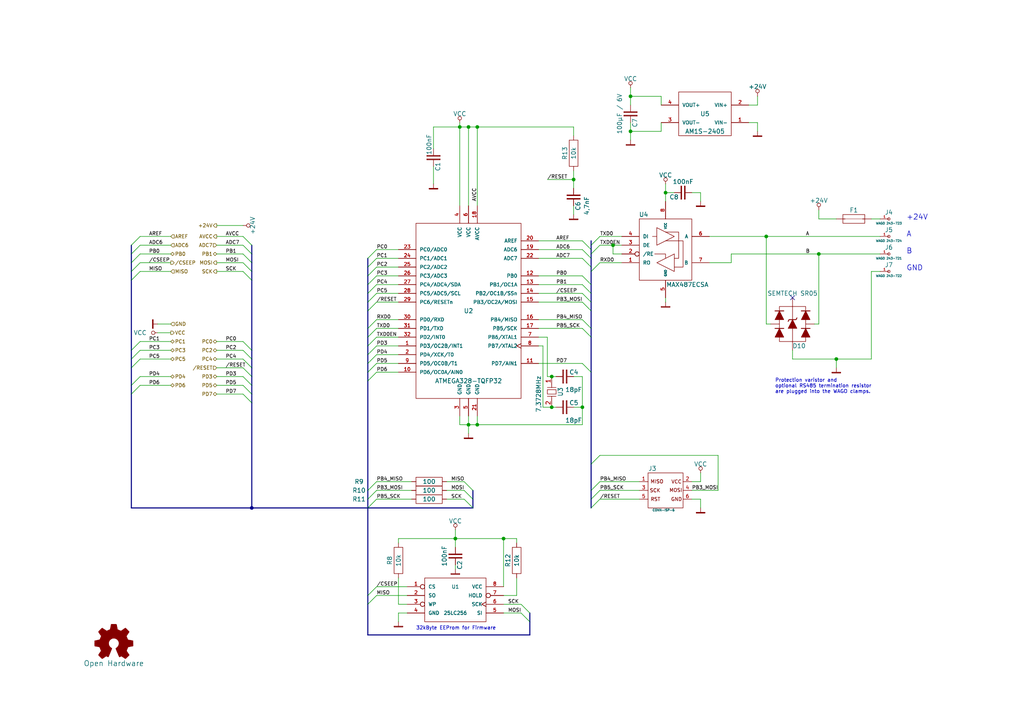
<source format=kicad_sch>
(kicad_sch (version 20211123) (generator eeschema)
  (paper "A4")
  (title_block (title "motor switch 3pole (bus_atmega328_basic)") (date "2016-09-06") (rev "1") (company "KoeWiBa"))
  (lib_symbols
    (symbol "motor_switch_3pole-rescue:+24V" (power) (pin_numbers hide) (pin_names (offset 0))
      (property "Value" "+24V" (at 0 2.794 0))
      (symbol "+24V_0_0"
        (pin power_in line (at 0 0 90) (length 0) hide (name "+24V") (number "1"))
      )
    )
    (symbol "motor_switch_3pole-rescue:25LCXXX" (pin_names (offset 1.016))
      (property "Reference" "U" (at 0 3.81 0))
      (property "Value" "25LCXXX" (at 0 -3.81 0))
      (symbol "25LCXXX_1_1"
        (pin input inverted (at -13.97 3.81 0) (length 5.08) (name "CS") (number "1"))
        (pin output line (at -13.97 1.27 0) (length 5.08) (name "SO") (number "2"))
        (pin input inverted (at -13.97 -1.27 0) (length 5.08) (name "WP") (number "3"))
        (pin power_in line (at -13.97 -3.81 0) (length 5.08) (name "GND") (number "4"))
        (pin input line (at 13.97 -3.81 180) (length 5.08) (name "SI") (number "5"))
        (pin input clock (at 13.97 -1.27 180) (length 5.08) (name "SCK") (number "6"))
        (pin bidirectional inverted (at 13.97 1.27 180) (length 5.08) (name "HOLD") (number "7"))
        (pin power_in line (at 13.97 3.81 180) (length 5.08) (name "VCC") (number "8"))
      )
    )
    (symbol "motor_switch_3pole-rescue:AM1S-2403" (pin_names (offset 1.016))
      (property "Reference" "U" (at 0 0 0))
      (property "Value" "AM1S-2403" (at 0 -5.08 0))
      (symbol "AM1S-2403_1_1"
        (pin passive line (at -12.7 -2.54 0) (length 5.08) (name "VIN-") (number "1"))
        (pin power_in line (at -12.7 2.54 0) (length 5.08) (name "VIN+") (number "2"))
        (pin passive line (at 12.7 -2.54 180) (length 5.08) (name "VOUT-") (number "3"))
        (pin power_out line (at 12.7 2.54 180) (length 5.08) (name "VOUT+") (number "4"))
      )
    )
    (symbol "motor_switch_3pole-rescue:ATMEGA88-TQFP32" (pin_names (offset 1.016))
      (property "Reference" "U" (at 0 0 0))
      (property "Value" "ATMEGA88-TQFP32" (at 0 -20.32 0))
      (symbol "ATMEGA88-TQFP32_1_1"
        (pin input line (at -20.32 -10.16 0) (length 5.08) (name "PD3/OC2B/INT1") (number "1"))
        (pin input line (at -20.32 -17.78 0) (length 5.08) (name "PD6/OC0A/AIN0") (number "10"))
        (pin input line (at 20.32 -15.24 180) (length 5.08) (name "PD7/AIN1") (number "11"))
        (pin input line (at 20.32 10.16 180) (length 5.08) (name "PB0") (number "12"))
        (pin input line (at 20.32 7.62 180) (length 5.08) (name "PB1/OC1A") (number "13"))
        (pin input line (at 20.32 5.08 180) (length 5.08) (name "PB2/OC1B/SSn") (number "14"))
        (pin input line (at 20.32 2.54 180) (length 5.08) (name "PB3/OC2A/MOSI") (number "15"))
        (pin input line (at 20.32 -2.54 180) (length 5.08) (name "PB4/MISO") (number "16"))
        (pin input line (at 20.32 -5.08 180) (length 5.08) (name "PB5/SCK") (number "17"))
        (pin power_in line (at 2.54 30.48 270) (length 5.08) (name "AVCC") (number "18"))
        (pin input line (at 20.32 17.78 180) (length 5.08) (name "ADC6") (number "19"))
        (pin input line (at -20.32 -12.7 0) (length 5.08) (name "PD4/XCK/T0") (number "2"))
        (pin input line (at 20.32 20.32 180) (length 5.08) (name "AREF") (number "20"))
        (pin power_in line (at 2.54 -30.48 90) (length 5.08) (name "GND") (number "21"))
        (pin input line (at 20.32 15.24 180) (length 5.08) (name "ADC7") (number "22"))
        (pin input line (at -20.32 17.78 0) (length 5.08) (name "PC0/ADC0") (number "23"))
        (pin input line (at -20.32 15.24 0) (length 5.08) (name "PC1/ADC1") (number "24"))
        (pin input line (at -20.32 12.7 0) (length 5.08) (name "PC2/ADC2") (number "25"))
        (pin input line (at -20.32 10.16 0) (length 5.08) (name "PC3/ADC3") (number "26"))
        (pin input line (at -20.32 7.62 0) (length 5.08) (name "PC4/ADC4/SDA") (number "27"))
        (pin input line (at -20.32 5.08 0) (length 5.08) (name "PC5/ADC5/SCL") (number "28"))
        (pin input line (at -20.32 2.54 0) (length 5.08) (name "PC6/RESETn") (number "29"))
        (pin power_in line (at -2.54 -30.48 90) (length 5.08) (name "GND") (number "3"))
        (pin input line (at -20.32 -2.54 0) (length 5.08) (name "PD0/RXD") (number "30"))
        (pin input line (at -20.32 -5.08 0) (length 5.08) (name "PD1/TXD") (number "31"))
        (pin input line (at -20.32 -7.62 0) (length 5.08) (name "PD2/INT0") (number "32"))
        (pin power_in line (at -2.54 30.48 270) (length 5.08) (name "VCC") (number "4"))
        (pin power_in line (at 0 -30.48 90) (length 5.08) (name "GND") (number "5"))
        (pin power_in line (at 0 30.48 270) (length 5.08) (name "VCC") (number "6"))
        (pin input line (at 20.32 -7.62 180) (length 5.08) (name "PB6/XTAL1") (number "7"))
        (pin input clock (at 20.32 -10.16 180) (length 5.08) (name "PB7/XTAL2") (number "8"))
        (pin input line (at -20.32 -15.24 0) (length 5.08) (name "PD5/OC0B/T1") (number "9"))
      )
    )
    (symbol "motor_switch_3pole-rescue:C" (pin_numbers hide) (pin_names (offset 1.016) hide)
      (property "Reference" "C" (at 1.27 1.27 0))
      (property "Value" "C" (at 0 -3.175 0))
      (symbol "C_1_1"
        (pin input line (at -2.54 0 0) (length 1.905) (name "1") (number "1"))
        (pin input line (at 2.54 0 180) (length 1.905) (name "2") (number "2"))
      )
    )
    (symbol "motor_switch_3pole-rescue:CONN-ISP-6" (pin_names (offset 1.016))
      (property "Reference" "J" (at -3.81 6.35 0))
      (property "Value" "CONN-ISP-6" (at -3.81 -5.715 0))
      (symbol "CONN-ISP-6_0_0"
        (text "MOSI" (at 2.9718 0.0762 0) (effects (font (size 1.016 1.016))))
        (text "SCK" (at -3.048 0 0) (effects (font (size 1.016 1.016))))
        (text "VCC" (at 3.175 2.54 0) (effects (font (size 1.016 1.016))))
      )
      (symbol "CONN-ISP-6_1_0"
        (text "GND" (at 3.175 -2.54 0) (effects (font (size 1.016 1.016))))
        (text "MISO" (at -2.4892 2.5908 0) (effects (font (size 1.016 1.016))))
        (text "RST" (at -2.921 -2.54 0) (effects (font (size 1.016 1.016))))
      )
      (symbol "CONN-ISP-6_1_1"
        (pin passive line (at -7.62 2.54 0) (length 2.54) (name "~") (number "1"))
        (pin passive line (at 7.62 2.54 180) (length 2.54) (name "~") (number "2"))
        (pin passive line (at -7.62 0 0) (length 2.54) (name "~") (number "3"))
        (pin passive line (at 7.62 0 180) (length 2.54) (name "~") (number "4"))
        (pin passive line (at -7.62 -2.54 0) (length 2.54) (name "~") (number "5"))
        (pin passive line (at 7.62 -2.54 180) (length 2.54) (name "~") (number "6"))
      )
    )
    (symbol "motor_switch_3pole-rescue:CONN_1" (pin_names (offset 1.016))
      (property "Reference" "J" (at 0 1.905 0))
      (property "Value" "CONN_1" (at 0 -1.905 0))
      (symbol "CONN_1_1_1"
        (pin passive line (at -2.54 0 0) (length 2.54) (name "~") (number "1"))
      )
    )
    (symbol "motor_switch_3pole-rescue:CRYSTAL" (pin_names (offset 1.016))
      (property "Reference" "U" (at 4.445 2.54 0))
      (property "Value" "CRYSTAL" (at 4.445 -2.54 0))
      (symbol "CRYSTAL_1_1"
        (pin output line (at 0 0 0) (length 2.54) (name "~") (number "1"))
        (pin output line (at 8.89 0 180) (length 2.54) (name "~") (number "2"))
      )
    )
    (symbol "motor_switch_3pole-rescue:FUSE" (pin_numbers hide) (pin_names (offset 1.016) hide)
      (property "Reference" "F" (at 0 2.54 0))
      (property "Value" "FUSE" (at 0 -2.54 0))
      (symbol "FUSE_1_1"
        (pin passive line (at -5.08 0 0) (length 2.54) (name "1") (number "1"))
        (pin passive line (at 5.08 0 180) (length 2.54) (name "2") (number "2"))
      )
    )
    (symbol "motor_switch_3pole-rescue:GND" (power) (pin_names (offset 0.254))
      (symbol "GND_1_1"
        (pin power_in line (at 0 0 90) (length 0) hide (name "GND") (number "1"))
      )
    )
    (symbol "motor_switch_3pole-rescue:MAX487" (pin_names (offset 1.016))
      (property "Reference" "U" (at -6.35 10.16 0))
      (property "Value" "MAX487" (at 5.08 -10.16 0))
      (symbol "MAX487_0_1"
        (pin output line (at -12.7 -3.81 0) (length 5.08) (name "RO") (number "1"))
      )
      (symbol "MAX487_1_1"
        (pin input inverted (at -12.7 -1.27 0) (length 5.08) (name "/RE") (number "2"))
        (pin input line (at -12.7 1.27 0) (length 5.08) (name "DE") (number "3"))
        (pin input line (at -12.7 3.81 0) (length 5.08) (name "DI") (number "4"))
        (pin power_out line (at 0 -13.97 90) (length 5.08) (name "GND") (number "5"))
        (pin bidirectional line (at 12.7 3.81 180) (length 5.08) (name "A") (number "6"))
        (pin bidirectional line (at 12.7 -3.81 180) (length 5.08) (name "B") (number "7"))
        (pin power_in line (at 0 13.97 270) (length 5.08) (name "VCC") (number "8"))
      )
    )
    (symbol "motor_switch_3pole-rescue:OPEN_HARDWARE_1" (pin_names (offset 1.016))
      (property "Reference" "LOGO" (at 0 6.985 0))
      (property "Value" "OPEN_HARDWARE_1" (at 0 -5.715 0))
    )
    (symbol "motor_switch_3pole-rescue:R" (pin_numbers hide) (pin_names (offset 1.016) hide)
      (property "Reference" "R" (at 0 -2.54 0))
      (property "Value" "R" (at 0 0 0))
      (symbol "R_1_1"
        (pin passive line (at -5.08 0 0) (length 1.27) (name "1") (number "1"))
        (pin passive line (at 5.08 0 180) (length 1.27) (name "2") (number "2"))
      )
    )
    (symbol "motor_switch_3pole-rescue:SEMTECH_SR05" (pin_numbers hide) (pin_names (offset 1.016) hide)
      (property "Reference" "D" (at 1.905 -6.35 0))
      (property "Value" "SEMTECH_SR05" (at 0 6.35 0))
      (symbol "SEMTECH_SR05_1_1"
        (pin input line (at 0 -7.62 90) (length 2.54) (name "1") (number "1"))
        (pin input line (at 0 7.62 270) (length 2.54) (name "2") (number "2"))
        (pin input line (at 6.35 0 180) (length 2.54) (name "3") (number "3"))
        (pin input line (at -6.35 0 0) (length 2.54) (name "4") (number "4"))
      )
    )
    (symbol "motor_switch_3pole-rescue:VCC" (power) (pin_names (offset 0))
      (property "Value" "VCC" (at 0 2.54 0))
      (symbol "VCC_0_0"
        (pin power_in line (at 0 0 90) (length 0) hide (name "VCC") (number "1"))
      )
    )
  )
  (junction (at 135.89 123.19))
  (junction (at 182.88 27.94))
  (junction (at 73.025 147.32))
  (junction (at 222.25 68.58))
  (junction (at 138.43 123.19))
  (junction (at 168.91 118.11))
  (junction (at 242.57 104.14))
  (junction (at 166.37 52.07))
  (junction (at 146.05 156.21))
  (junction (at 160.02 109.22))
  (junction (at 237.49 73.66))
  (junction (at 182.88 38.1))
  (junction (at 160.02 118.11))
  (junction (at 193.04 55.88))
  (junction (at 135.89 36.83))
  (junction (at 138.43 36.83))
  (junction (at 133.35 36.83))
  (junction (at 132.08 156.21))
  (junction (at 177.8 71.12))
  (no_connect (at 229.87 86.36))
  (bus_entry (at 38.1 81.28) (size 2.54 -2.54))
  (bus_entry (at 171.45 71.12) (size 2.54 -2.54))
  (bus_entry (at 70.485 114.3) (size 2.54 2.54))
  (bus_entry (at 134.62 139.7) (size 2.54 2.54))
  (bus_entry (at 171.45 134.62) (size 2.54 -2.54))
  (bus_entry (at 38.1 78.74) (size 2.54 -2.54))
  (bus_entry (at 106.68 107.95) (size 2.54 -2.54))
  (bus_entry (at 106.68 144.78) (size 2.54 -2.54))
  (bus_entry (at 106.68 74.93) (size 2.54 -2.54))
  (bus_entry (at 134.62 144.78) (size 2.54 2.54))
  (bus_entry (at 168.91 92.71) (size 2.54 2.54))
  (bus_entry (at 106.68 85.09) (size 2.54 -2.54))
  (bus_entry (at 106.68 80.01) (size 2.54 -2.54))
  (bus_entry (at 38.1 114.3) (size 2.54 -2.54))
  (bus_entry (at 106.68 175.26) (size 2.54 -2.54))
  (bus_entry (at 106.68 77.47) (size 2.54 -2.54))
  (bus_entry (at 106.68 105.41) (size 2.54 -2.54))
  (bus_entry (at 70.485 101.6) (size 2.54 2.54))
  (bus_entry (at 70.485 71.12) (size 2.54 2.54))
  (bus_entry (at 171.45 142.24) (size 2.54 -2.54))
  (bus_entry (at 106.68 100.33) (size 2.54 -2.54))
  (bus_entry (at 168.91 95.25) (size 2.54 2.54))
  (bus_entry (at 151.13 177.8) (size 2.54 2.54))
  (bus_entry (at 171.45 73.66) (size 2.54 -2.54))
  (bus_entry (at 106.68 82.55) (size 2.54 -2.54))
  (bus_entry (at 38.1 76.2) (size 2.54 -2.54))
  (bus_entry (at 70.485 68.58) (size 2.54 2.54))
  (bus_entry (at 168.91 82.55) (size 2.54 2.54))
  (bus_entry (at 38.1 106.68) (size 2.54 -2.54))
  (bus_entry (at 171.45 147.32) (size 2.54 -2.54))
  (bus_entry (at 38.1 111.76) (size 2.54 -2.54))
  (bus_entry (at 38.1 104.14) (size 2.54 -2.54))
  (bus_entry (at 70.485 111.76) (size 2.54 2.54))
  (bus_entry (at 168.91 74.93) (size 2.54 2.54))
  (bus_entry (at 38.1 101.6) (size 2.54 -2.54))
  (bus_entry (at 70.485 109.22) (size 2.54 2.54))
  (bus_entry (at 70.485 106.68) (size 2.54 2.54))
  (bus_entry (at 106.68 87.63) (size 2.54 -2.54))
  (bus_entry (at 171.45 144.78) (size 2.54 -2.54))
  (bus_entry (at 106.68 90.17) (size 2.54 -2.54))
  (bus_entry (at 106.68 147.32) (size 2.54 -2.54))
  (bus_entry (at 106.68 95.25) (size 2.54 -2.54))
  (bus_entry (at 70.485 76.2) (size 2.54 2.54))
  (bus_entry (at 70.485 73.66) (size 2.54 2.54))
  (bus_entry (at 70.485 99.06) (size 2.54 2.54))
  (bus_entry (at 168.91 72.39) (size 2.54 2.54))
  (bus_entry (at 38.1 71.12) (size 2.54 -2.54))
  (bus_entry (at 168.91 80.01) (size 2.54 2.54))
  (bus_entry (at 106.68 102.87) (size 2.54 -2.54))
  (bus_entry (at 106.68 172.72) (size 2.54 -2.54))
  (bus_entry (at 106.68 110.49) (size 2.54 -2.54))
  (bus_entry (at 168.91 85.09) (size 2.54 2.54))
  (bus_entry (at 106.68 142.24) (size 2.54 -2.54))
  (bus_entry (at 38.1 73.66) (size 2.54 -2.54))
  (bus_entry (at 151.13 175.26) (size 2.54 2.54))
  (bus_entry (at 134.62 142.24) (size 2.54 2.54))
  (bus_entry (at 168.91 105.41) (size 2.54 2.54))
  (bus_entry (at 168.91 69.85) (size 2.54 2.54))
  (bus_entry (at 168.91 87.63) (size 2.54 2.54))
  (bus_entry (at 106.68 97.79) (size 2.54 -2.54))
  (bus_entry (at 70.485 104.14) (size 2.54 2.54))
  (bus_entry (at 171.45 78.74) (size 2.54 -2.54))
  (bus_entry (at 70.485 78.74) (size 2.54 2.54))
  (wire (pts (xy 158.75 109.22) (xy 160.02 109.22)))
  (bus (pts (xy 106.68 107.95) (xy 106.68 110.49)))
  (bus (pts (xy 73.025 78.74) (xy 73.025 81.28)))
  (wire (pts (xy 62.865 109.22) (xy 70.485 109.22)))
  (wire (pts (xy 177.8 71.12) (xy 180.34 71.12)))
  (bus (pts (xy 73.025 81.28) (xy 73.025 101.6)))
  (wire (pts (xy 40.64 109.22) (xy 49.53 109.22)))
  (wire (pts (xy 237.49 63.5) (xy 242.57 63.5)))
  (wire (pts (xy 237.49 60.96) (xy 237.49 63.5)))
  (bus (pts (xy 38.1 104.14) (xy 38.1 106.68)))
  (wire (pts (xy 62.865 99.06) (xy 70.485 99.06)))
  (wire (pts (xy 133.35 36.83) (xy 133.35 59.69)))
  (wire (pts (xy 212.09 76.2) (xy 205.74 76.2)))
  (wire (pts (xy 200.66 139.7) (xy 203.2 139.7)))
  (bus (pts (xy 171.45 144.78) (xy 171.45 147.32)))
  (bus (pts (xy 171.45 87.63) (xy 171.45 90.17)))
  (wire (pts (xy 135.89 36.83) (xy 135.89 59.69)))
  (wire (pts (xy 166.37 52.07) (xy 166.37 54.61)))
  (wire (pts (xy 109.22 170.18) (xy 118.11 170.18)))
  (bus (pts (xy 171.45 72.39) (xy 171.45 73.66)))
  (bus (pts (xy 171.45 82.55) (xy 171.45 85.09)))
  (bus (pts (xy 38.1 81.28) (xy 38.1 101.6)))
  (wire (pts (xy 166.37 36.83) (xy 138.43 36.83)))
  (wire (pts (xy 166.37 118.11) (xy 168.91 118.11)))
  (wire (pts (xy 168.91 118.11) (xy 168.91 123.19)))
  (bus (pts (xy 106.68 85.09) (xy 106.68 87.63)))
  (bus (pts (xy 73.025 109.22) (xy 73.025 111.76)))
  (bus (pts (xy 106.68 172.72) (xy 106.68 175.26)))
  (wire (pts (xy 49.53 96.52) (xy 45.72 96.52)))
  (wire (pts (xy 49.53 101.6) (xy 40.64 101.6)))
  (wire (pts (xy 173.99 142.24) (xy 185.42 142.24)))
  (wire (pts (xy 49.53 68.58) (xy 40.64 68.58)))
  (bus (pts (xy 73.025 104.14) (xy 73.025 106.68)))
  (bus (pts (xy 171.45 78.74) (xy 171.45 82.55)))
  (wire (pts (xy 177.8 73.66) (xy 180.34 73.66)))
  (wire (pts (xy 222.25 93.98) (xy 222.25 68.58)))
  (wire (pts (xy 156.21 74.93) (xy 168.91 74.93)))
  (wire (pts (xy 205.74 68.58) (xy 222.25 68.58)))
  (wire (pts (xy 132.08 163.83) (xy 132.08 165.1)))
  (bus (pts (xy 106.68 97.79) (xy 106.68 100.33)))
  (bus (pts (xy 38.1 111.76) (xy 38.1 114.3)))
  (wire (pts (xy 109.22 144.78) (xy 119.38 144.78)))
  (bus (pts (xy 73.025 114.3) (xy 73.025 116.84)))
  (wire (pts (xy 138.43 123.19) (xy 168.91 123.19)))
  (bus (pts (xy 106.68 144.78) (xy 106.68 147.32)))
  (wire (pts (xy 40.64 76.2) (xy 49.53 76.2)))
  (wire (pts (xy 62.865 68.58) (xy 70.485 68.58)))
  (wire (pts (xy 40.64 71.12) (xy 49.53 71.12)))
  (bus (pts (xy 73.025 116.84) (xy 73.025 147.32)))
  (wire (pts (xy 109.22 142.24) (xy 119.38 142.24)))
  (wire (pts (xy 193.04 55.88) (xy 193.04 58.42)))
  (wire (pts (xy 182.88 35.56) (xy 182.88 38.1)))
  (bus (pts (xy 106.68 100.33) (xy 106.68 102.87)))
  (bus (pts (xy 106.68 142.24) (xy 106.68 144.78)))
  (wire (pts (xy 70.485 101.6) (xy 62.865 101.6)))
  (wire (pts (xy 125.73 48.26) (xy 125.73 53.34)))
  (wire (pts (xy 185.42 144.78) (xy 173.99 144.78)))
  (wire (pts (xy 158.75 109.22) (xy 158.75 97.79)))
  (wire (pts (xy 125.73 36.83) (xy 125.73 43.18)))
  (wire (pts (xy 109.22 74.93) (xy 115.57 74.93)))
  (wire (pts (xy 222.25 68.58) (xy 255.27 68.58)))
  (wire (pts (xy 133.35 120.65) (xy 133.35 123.19)))
  (wire (pts (xy 109.22 102.87) (xy 115.57 102.87)))
  (wire (pts (xy 156.21 69.85) (xy 168.91 69.85)))
  (wire (pts (xy 70.485 106.68) (xy 62.865 106.68)))
  (wire (pts (xy 252.73 63.5) (xy 255.27 63.5)))
  (bus (pts (xy 73.025 73.66) (xy 73.025 76.2)))
  (wire (pts (xy 160.02 118.11) (xy 161.29 118.11)))
  (bus (pts (xy 106.68 74.93) (xy 106.68 77.47)))
  (wire (pts (xy 135.89 120.65) (xy 135.89 123.19)))
  (wire (pts (xy 157.48 118.11) (xy 160.02 118.11)))
  (bus (pts (xy 153.67 180.34) (xy 153.67 184.15)))
  (wire (pts (xy 193.04 53.34) (xy 193.04 55.88)))
  (wire (pts (xy 166.37 52.07) (xy 158.75 52.07)))
  (wire (pts (xy 208.28 132.08) (xy 208.28 142.24)))
  (wire (pts (xy 134.62 144.78) (xy 129.54 144.78)))
  (wire (pts (xy 146.05 177.8) (xy 151.13 177.8)))
  (wire (pts (xy 109.22 82.55) (xy 115.57 82.55)))
  (bus (pts (xy 171.45 74.93) (xy 171.45 77.47)))
  (wire (pts (xy 229.87 101.6) (xy 229.87 104.14)))
  (wire (pts (xy 115.57 177.8) (xy 115.57 180.34)))
  (wire (pts (xy 45.72 93.98) (xy 49.53 93.98)))
  (wire (pts (xy 156.21 95.25) (xy 168.91 95.25)))
  (wire (pts (xy 156.21 80.01) (xy 168.91 80.01)))
  (wire (pts (xy 109.22 80.01) (xy 115.57 80.01)))
  (wire (pts (xy 133.35 123.19) (xy 135.89 123.19)))
  (wire (pts (xy 109.22 97.79) (xy 115.57 97.79)))
  (bus (pts (xy 38.1 76.2) (xy 38.1 78.74)))
  (bus (pts (xy 73.025 101.6) (xy 73.025 104.14)))
  (wire (pts (xy 191.77 35.56) (xy 191.77 38.1)))
  (bus (pts (xy 171.45 85.09) (xy 171.45 87.63)))
  (wire (pts (xy 149.86 172.72) (xy 146.05 172.72)))
  (wire (pts (xy 156.21 87.63) (xy 168.91 87.63)))
  (wire (pts (xy 237.49 73.66) (xy 255.27 73.66)))
  (wire (pts (xy 49.53 111.76) (xy 40.64 111.76)))
  (wire (pts (xy 212.09 73.66) (xy 212.09 76.2)))
  (wire (pts (xy 219.71 27.94) (xy 219.71 30.48)))
  (wire (pts (xy 203.2 144.78) (xy 203.2 147.32)))
  (wire (pts (xy 115.57 156.21) (xy 132.08 156.21)))
  (wire (pts (xy 49.53 73.66) (xy 40.64 73.66)))
  (bus (pts (xy 171.45 107.95) (xy 171.45 134.62)))
  (bus (pts (xy 171.45 71.12) (xy 171.45 72.39)))
  (wire (pts (xy 193.04 86.36) (xy 193.04 87.63)))
  (wire (pts (xy 129.54 142.24) (xy 134.62 142.24)))
  (bus (pts (xy 106.68 82.55) (xy 106.68 85.09)))
  (bus (pts (xy 38.1 101.6) (xy 38.1 104.14)))
  (wire (pts (xy 217.17 35.56) (xy 219.71 35.56)))
  (bus (pts (xy 153.67 177.8) (xy 153.67 180.34)))
  (wire (pts (xy 146.05 170.18) (xy 146.05 156.21)))
  (bus (pts (xy 137.16 147.32) (xy 137.16 144.78)))
  (bus (pts (xy 106.68 80.01) (xy 106.68 82.55)))
  (wire (pts (xy 156.21 100.33) (xy 157.48 100.33)))
  (wire (pts (xy 70.485 65.405) (xy 62.865 65.405)))
  (bus (pts (xy 73.025 76.2) (xy 73.025 78.74)))
  (wire (pts (xy 173.99 68.58) (xy 180.34 68.58)))
  (bus (pts (xy 106.68 90.17) (xy 106.68 95.25)))
  (wire (pts (xy 173.99 76.2) (xy 180.34 76.2)))
  (wire (pts (xy 200.66 55.88) (xy 203.2 55.88)))
  (wire (pts (xy 149.86 156.21) (xy 149.86 157.48)))
  (wire (pts (xy 242.57 104.14) (xy 252.73 104.14)))
  (bus (pts (xy 38.1 106.68) (xy 38.1 111.76)))
  (bus (pts (xy 73.025 147.32) (xy 106.68 147.32)))
  (wire (pts (xy 133.35 36.83) (xy 125.73 36.83)))
  (wire (pts (xy 109.22 72.39) (xy 115.57 72.39)))
  (wire (pts (xy 156.21 92.71) (xy 168.91 92.71)))
  (wire (pts (xy 166.37 36.83) (xy 166.37 39.37)))
  (wire (pts (xy 255.27 78.74) (xy 252.73 78.74)))
  (wire (pts (xy 212.09 73.66) (xy 237.49 73.66)))
  (wire (pts (xy 208.28 142.24) (xy 200.66 142.24)))
  (wire (pts (xy 62.865 76.2) (xy 70.485 76.2)))
  (wire (pts (xy 237.49 93.98) (xy 237.49 73.66)))
  (wire (pts (xy 133.35 35.56) (xy 133.35 36.83)))
  (wire (pts (xy 158.75 97.79) (xy 156.21 97.79)))
  (bus (pts (xy 73.025 106.68) (xy 73.025 109.22)))
  (wire (pts (xy 146.05 156.21) (xy 149.86 156.21)))
  (wire (pts (xy 252.73 78.74) (xy 252.73 104.14)))
  (bus (pts (xy 171.45 73.66) (xy 171.45 74.93)))
  (wire (pts (xy 62.865 114.3) (xy 70.485 114.3)))
  (wire (pts (xy 195.58 55.88) (xy 193.04 55.88)))
  (wire (pts (xy 109.22 85.09) (xy 115.57 85.09)))
  (bus (pts (xy 73.025 71.12) (xy 73.025 73.66)))
  (wire (pts (xy 62.865 78.74) (xy 70.485 78.74)))
  (wire (pts (xy 62.865 71.12) (xy 70.485 71.12)))
  (wire (pts (xy 242.57 106.68) (xy 242.57 104.14)))
  (bus (pts (xy 171.45 142.24) (xy 171.45 144.78)))
  (bus (pts (xy 137.16 144.78) (xy 137.16 142.24)))
  (wire (pts (xy 70.485 111.76) (xy 62.865 111.76)))
  (bus (pts (xy 171.45 97.79) (xy 171.45 107.95)))
  (wire (pts (xy 182.88 25.4) (xy 182.88 27.94)))
  (wire (pts (xy 49.53 78.74) (xy 40.64 78.74)))
  (wire (pts (xy 118.11 172.72) (xy 109.22 172.72)))
  (wire (pts (xy 203.2 139.7) (xy 203.2 137.16)))
  (wire (pts (xy 115.57 175.26) (xy 115.57 167.64)))
  (wire (pts (xy 138.43 36.83) (xy 138.43 59.69)))
  (wire (pts (xy 118.11 177.8) (xy 115.57 177.8)))
  (wire (pts (xy 166.37 59.69) (xy 166.37 62.23)))
  (wire (pts (xy 191.77 27.94) (xy 182.88 27.94)))
  (wire (pts (xy 40.64 104.14) (xy 49.53 104.14)))
  (wire (pts (xy 219.71 30.48) (xy 217.17 30.48)))
  (bus (pts (xy 38.1 78.74) (xy 38.1 81.28)))
  (wire (pts (xy 134.62 139.7) (xy 129.54 139.7)))
  (wire (pts (xy 223.52 93.98) (xy 222.25 93.98)))
  (wire (pts (xy 109.22 139.7) (xy 119.38 139.7)))
  (bus (pts (xy 106.68 102.87) (xy 106.68 105.41)))
  (wire (pts (xy 138.43 123.19) (xy 138.43 120.65)))
  (bus (pts (xy 106.68 105.41) (xy 106.68 107.95)))
  (wire (pts (xy 109.22 95.25) (xy 115.57 95.25)))
  (wire (pts (xy 200.66 144.78) (xy 203.2 144.78)))
  (bus (pts (xy 106.68 87.63) (xy 106.68 90.17)))
  (bus (pts (xy 73.025 111.76) (xy 73.025 114.3)))
  (wire (pts (xy 191.77 30.48) (xy 191.77 27.94)))
  (wire (pts (xy 156.21 82.55) (xy 168.91 82.55)))
  (bus (pts (xy 153.67 184.15) (xy 106.68 184.15)))
  (wire (pts (xy 149.86 167.64) (xy 149.86 172.72)))
  (wire (pts (xy 185.42 139.7) (xy 173.99 139.7)))
  (wire (pts (xy 109.22 87.63) (xy 115.57 87.63)))
  (wire (pts (xy 229.87 104.14) (xy 242.57 104.14)))
  (wire (pts (xy 182.88 38.1) (xy 182.88 40.64)))
  (wire (pts (xy 109.22 100.33) (xy 115.57 100.33)))
  (bus (pts (xy 38.1 73.66) (xy 38.1 76.2)))
  (bus (pts (xy 38.1 71.12) (xy 38.1 73.66)))
  (wire (pts (xy 118.11 175.26) (xy 115.57 175.26)))
  (wire (pts (xy 132.08 156.21) (xy 132.08 158.75)))
  (bus (pts (xy 171.45 95.25) (xy 171.45 97.79)))
  (wire (pts (xy 173.99 71.12) (xy 177.8 71.12)))
  (wire (pts (xy 160.02 109.22) (xy 161.29 109.22)))
  (wire (pts (xy 157.48 100.33) (xy 157.48 118.11)))
  (wire (pts (xy 135.89 123.19) (xy 135.89 125.73)))
  (wire (pts (xy 109.22 105.41) (xy 115.57 105.41)))
  (bus (pts (xy 106.68 175.26) (xy 106.68 184.15)))
  (wire (pts (xy 203.2 55.88) (xy 203.2 58.42)))
  (wire (pts (xy 115.57 156.21) (xy 115.57 157.48)))
  (bus (pts (xy 171.45 69.85) (xy 171.45 71.12)))
  (wire (pts (xy 182.88 27.94) (xy 182.88 30.48)))
  (wire (pts (xy 191.77 38.1) (xy 182.88 38.1)))
  (wire (pts (xy 138.43 36.83) (xy 135.89 36.83)))
  (wire (pts (xy 236.22 93.98) (xy 237.49 93.98)))
  (wire (pts (xy 173.99 132.08) (xy 208.28 132.08)))
  (wire (pts (xy 109.22 107.95) (xy 115.57 107.95)))
  (bus (pts (xy 38.1 114.3) (xy 38.1 147.32)))
  (wire (pts (xy 156.21 85.09) (xy 168.91 85.09)))
  (wire (pts (xy 219.71 35.56) (xy 219.71 38.1)))
  (wire (pts (xy 109.22 77.47) (xy 115.57 77.47)))
  (wire (pts (xy 156.21 105.41) (xy 168.91 105.41)))
  (wire (pts (xy 70.485 73.66) (xy 62.865 73.66)))
  (wire (pts (xy 151.13 175.26) (xy 146.05 175.26)))
  (bus (pts (xy 106.68 147.32) (xy 137.16 147.32)))
  (bus (pts (xy 106.68 77.47) (xy 106.68 80.01)))
  (wire (pts (xy 135.89 36.83) (xy 133.35 36.83)))
  (wire (pts (xy 135.89 123.19) (xy 138.43 123.19)))
  (bus (pts (xy 106.68 110.49) (xy 106.68 142.24)))
  (bus (pts (xy 171.45 134.62) (xy 171.45 142.24)))
  (wire (pts (xy 132.08 156.21) (xy 146.05 156.21)))
  (bus (pts (xy 171.45 90.17) (xy 171.45 95.25)))
  (wire (pts (xy 62.865 104.14) (xy 70.485 104.14)))
  (wire (pts (xy 166.37 109.22) (xy 168.91 109.22)))
  (wire (pts (xy 168.91 109.22) (xy 168.91 118.11)))
  (bus (pts (xy 106.68 95.25) (xy 106.68 97.79)))
  (bus (pts (xy 106.68 147.32) (xy 106.68 172.72)))
  (wire (pts (xy 115.57 92.71) (xy 109.22 92.71)))
  (bus (pts (xy 171.45 77.47) (xy 171.45 78.74)))
  (wire (pts (xy 40.64 99.06) (xy 49.53 99.06)))
  (wire (pts (xy 166.37 49.53) (xy 166.37 52.07)))
  (wire (pts (xy 132.08 153.67) (xy 132.08 156.21)))
  (wire (pts (xy 156.21 72.39) (xy 168.91 72.39)))
  (wire (pts (xy 177.8 71.12) (xy 177.8 73.66)))
  (bus (pts (xy 38.1 147.32) (xy 73.025 147.32)))
  (text "+24V\n\nA\n\nB \n\nGND" (at 262.89 78.74 0) (effects (font (size 1.524 1.524)) (justify left bottom)))
  (text "Protection varistor and\noptional RS485 termination resistor\nare plugged into the WAGO clamps." (at 224.79 114.3 0) (effects (font (size 1.016 1.016)) (justify left bottom)))
  (text "32kByte EEProm for Firmware" (at 120.65 182.88 0) (effects (font (size 1.016 1.016)) (justify left bottom)))
  (label "ADC7" (at 161.29 74.93 0) (effects (font (size 1.016 1.016))))
  (label "MISO" (at 109.22 172.72 0) (effects (font (size 1.016 1.016))))
  (label "AVCC" (at 138.43 58.42 90) (effects (font (size 1.016 1.016))))
  (label "PB1" (at 161.29 82.55 0) (effects (font (size 1.016 1.016))))
  (label "/RESET" (at 173.99 144.78 0) (effects (font (size 1.016 1.016))))
  (label "AVCC" (at 65.405 68.58 0) (effects (font (size 1.016 1.016))))
  (label "PB4_MISO" (at 173.99 139.7 0) (effects (font (size 1.016 1.016))))
  (label "PD7" (at 161.29 105.41 0) (effects (font (size 1.016 1.016))))
  (label "PB0" (at 43.18 73.66 0) (effects (font (size 1.016 1.016))))
  (label "MISO" (at 43.18 78.74 0) (effects (font (size 1.016 1.016))))
  (label "RXD0" (at 109.22 92.71 0) (effects (font (size 1.016 1.016))))
  (label "MOSI" (at 130.81 142.24 0) (effects (font (size 1.016 1.016))))
  (label "PD3" (at 65.405 109.22 0) (effects (font (size 1.016 1.016))))
  (label "TXD0" (at 173.99 68.58 0) (effects (font (size 1.016 1.016))))
  (label "/CSEEP" (at 43.18 76.2 0) (effects (font (size 1.016 1.016))))
  (label "PD5" (at 65.405 111.76 0) (effects (font (size 1.016 1.016))))
  (label "/RESET" (at 158.75 52.07 0) (effects (font (size 1.016 1.016))))
  (label "/CSEEP" (at 161.29 85.09 0) (effects (font (size 1.016 1.016))))
  (label "PB5_SCK" (at 173.99 142.24 0) (effects (font (size 1.016 1.016))))
  (label "PC3" (at 43.18 101.6 0) (effects (font (size 1.016 1.016))))
  (label "PB0" (at 161.29 80.01 0) (effects (font (size 1.016 1.016))))
  (label "PD3" (at 109.22 100.33 0) (effects (font (size 1.016 1.016))))
  (label "TXD0EN" (at 173.99 71.12 0) (effects (font (size 1.016 1.016))))
  (label "PC4" (at 109.22 82.55 0) (effects (font (size 1.016 1.016))))
  (label "MOSI" (at 147.32 177.8 0) (effects (font (size 1.016 1.016))))
  (label "PB5_SCK" (at 161.29 95.25 0) (effects (font (size 1.016 1.016))))
  (label "PB3_MOSI" (at 161.29 87.63 0) (effects (font (size 1.016 1.016))))
  (label "PD5" (at 109.22 105.41 0) (effects (font (size 1.016 1.016))))
  (label "PD4" (at 109.22 102.87 0) (effects (font (size 1.016 1.016))))
  (label "PB3_MOSI" (at 200.66 142.24 0) (effects (font (size 1.016 1.016))))
  (label "PC0" (at 65.405 99.06 0) (effects (font (size 1.016 1.016))))
  (label "AREF" (at 161.29 69.85 0) (effects (font (size 1.016 1.016))))
  (label "MOSI" (at 65.405 76.2 0) (effects (font (size 1.016 1.016))))
  (label "PB1" (at 65.405 73.66 0) (effects (font (size 1.016 1.016))))
  (label "PC1" (at 109.22 74.93 0) (effects (font (size 1.016 1.016))))
  (label "PB4_MISO" (at 161.29 92.71 0) (effects (font (size 1.016 1.016))))
  (label "PD7" (at 65.405 114.3 0) (effects (font (size 1.016 1.016))))
  (label "PC5" (at 109.22 85.09 0) (effects (font (size 1.016 1.016))))
  (label "B" (at 233.68 73.66 0) (effects (font (size 1.016 1.016))))
  (label "AREF" (at 43.18 68.58 0) (effects (font (size 1.016 1.016))))
  (label "PC0" (at 109.22 72.39 0) (effects (font (size 1.016 1.016))))
  (label "PD6" (at 43.18 111.76 0) (effects (font (size 1.016 1.016))))
  (label "/RESET" (at 65.405 106.68 0) (effects (font (size 1.016 1.016))))
  (label "PC2" (at 109.22 77.47 0) (effects (font (size 1.016 1.016))))
  (label "PD4" (at 43.18 109.22 0) (effects (font (size 1.016 1.016))))
  (label "A" (at 233.68 68.58 0) (effects (font (size 1.016 1.016))))
  (label "TXD0" (at 109.22 95.25 0) (effects (font (size 1.016 1.016))))
  (label "/RESET" (at 109.22 87.63 0) (effects (font (size 1.016 1.016))))
  (label "TXD0EN" (at 109.22 97.79 0) (effects (font (size 1.016 1.016))))
  (label "PB4_MISO" (at 109.22 139.7 0) (effects (font (size 1.016 1.016))))
  (label "SCK" (at 147.32 175.26 0) (effects (font (size 1.016 1.016))))
  (label "SCK" (at 130.81 144.78 0) (effects (font (size 1.016 1.016))))
  (label "PC2" (at 65.405 101.6 0) (effects (font (size 1.016 1.016))))
  (label "PC1" (at 43.18 99.06 0) (effects (font (size 1.016 1.016))))
  (label "PB5_SCK" (at 109.22 144.78 0) (effects (font (size 1.016 1.016))))
  (label "ADC7" (at 65.405 71.12 0) (effects (font (size 1.016 1.016))))
  (label "PC4" (at 65.405 104.14 0) (effects (font (size 1.016 1.016))))
  (label "/CSEEP" (at 109.22 170.18 0) (effects (font (size 1.016 1.016))))
  (label "PC5" (at 43.18 104.14 0) (effects (font (size 1.016 1.016))))
  (label "ADC6" (at 43.18 71.12 0) (effects (font (size 1.016 1.016))))
  (label "PD6" (at 109.22 107.95 0) (effects (font (size 1.016 1.016))))
  (label "PB3_MOSI" (at 109.22 142.24 0) (effects (font (size 1.016 1.016))))
  (label "ADC6" (at 161.29 72.39 0) (effects (font (size 1.016 1.016))))
  (label "RXD0" (at 173.99 76.2 0) (effects (font (size 1.016 1.016))))
  (label "PC3" (at 109.22 80.01 0) (effects (font (size 1.016 1.016))))
  (label "SCK" (at 65.405 78.74 0) (effects (font (size 1.016 1.016))))
  (label "MISO" (at 130.81 139.7 0) (effects (font (size 1.016 1.016))))
  (hierarchical_label "AVCC" (shape output) (at 62.865 68.58 180) (effects (font (size 1.016 1.016))))
  (hierarchical_label "AREF" (shape input) (at 49.53 68.58 0) (effects (font (size 1.016 1.016))))
  (hierarchical_label "MOSI" (shape output) (at 62.865 76.2 180) (effects (font (size 1.016 1.016))))
  (hierarchical_label "PD4" (shape bidirectional) (at 49.53 109.22 0) (effects (font (size 1.016 1.016))))
  (hierarchical_label "PB0" (shape bidirectional) (at 49.53 73.66 0) (effects (font (size 1.016 1.016))))
  (hierarchical_label "SCK" (shape output) (at 62.865 78.74 180) (effects (font (size 1.016 1.016))))
  (hierarchical_label "+24V" (shape output) (at 62.865 65.405 180) (effects (font (size 1.016 1.016))))
  (hierarchical_label "ADC6" (shape input) (at 49.53 71.12 0) (effects (font (size 1.016 1.016))))
  (hierarchical_label "MISO" (shape input) (at 49.53 78.74 0) (effects (font (size 1.016 1.016))))
  (hierarchical_label "PD5" (shape bidirectional) (at 62.865 111.76 180) (effects (font (size 1.016 1.016))))
  (hierarchical_label "PC3" (shape bidirectional) (at 49.53 101.6 0) (effects (font (size 1.016 1.016))))
  (hierarchical_label "PC5" (shape bidirectional) (at 49.53 104.14 0) (effects (font (size 1.016 1.016))))
  (hierarchical_label "/CSEEP" (shape output) (at 49.53 76.2 0) (effects (font (size 1.016 1.016))))
  (hierarchical_label "PD3" (shape bidirectional) (at 62.865 109.22 180) (effects (font (size 1.016 1.016))))
  (hierarchical_label "ADC7" (shape input) (at 62.865 71.12 180) (effects (font (size 1.016 1.016))))
  (hierarchical_label "PD6" (shape bidirectional) (at 49.53 111.76 0) (effects (font (size 1.016 1.016))))
  (hierarchical_label "/RESET" (shape input) (at 62.865 106.68 180) (effects (font (size 1.016 1.016))))
  (hierarchical_label "GND" (shape input) (at 49.53 93.98 0) (effects (font (size 1.016 1.016))))
  (hierarchical_label "PB1" (shape bidirectional) (at 62.865 73.66 180) (effects (font (size 1.016 1.016))))
  (hierarchical_label "PC4" (shape bidirectional) (at 62.865 104.14 180) (effects (font (size 1.016 1.016))))
  (hierarchical_label "PD7" (shape bidirectional) (at 62.865 114.3 180) (effects (font (size 1.016 1.016))))
  (hierarchical_label "VCC" (shape output) (at 49.53 96.52 0) (effects (font (size 1.016 1.016))))
  (hierarchical_label "PC0" (shape bidirectional) (at 62.865 99.06 180) (effects (font (size 1.016 1.016))))
  (hierarchical_label "PC1" (shape bidirectional) (at 49.53 99.06 0) (effects (font (size 1.016 1.016))))
  (hierarchical_label "PC2" (shape bidirectional) (at 62.865 101.6 180) (effects (font (size 1.016 1.016))))
  (symbol (lib_id "motor_switch_3pole-rescue:25LCXXX") (at 132.08 173.99 0) (unit 1)
    (property "Reference" "U1" (at 132.08 170.18 0) (effects (font (size 1.016 1.016))))
    (property "Value" "25LC256" (at 132.08 177.8 0) (effects (font (size 1.016 1.016))))
    (property "Footprint" "Housings_SOIC:SO8E" (effects hide))
    (property "Datasheet" "SPI EEPROM" (effects hide))
  )
  (symbol (lib_id "motor_switch_3pole-rescue:MAX487") (at 193.04 72.39 0) (unit 1)
    (property "Reference" "U4" (at 186.69 62.23 0))
    (property "Value" "MAX487ECSA" (at 199.39 82.55 0))
    (property "Footprint" "Housings_SOIC:SO8E" (effects hide))
  )
  (symbol (lib_id "motor_switch_3pole-rescue:CONN_1") (at 257.81 63.5 0) (unit 1)
    (property "Reference" "J4" (at 257.81 61.595 0))
    (property "Value" "WAGO 243-723" (at 257.81 64.77 0) (effects (font (size 0.635 0.635))))
    (property "Footprint" "Connector_WAGO:WAGO_243" (effects hide))
  )
  (symbol (lib_id "motor_switch_3pole-rescue:CONN_1") (at 257.81 68.58 0) (unit 1)
    (property "Reference" "J5" (at 257.81 66.675 0))
    (property "Value" "WAGO 243-724" (at 257.81 69.85 0) (effects (font (size 0.635 0.635))))
    (property "Footprint" "Connector_WAGO:WAGO_243" (effects hide))
  )
  (symbol (lib_id "motor_switch_3pole-rescue:CONN_1") (at 257.81 73.66 0) (unit 1)
    (property "Reference" "J6" (at 257.81 71.755 0))
    (property "Value" "WAGO 243-721" (at 257.81 74.93 0) (effects (font (size 0.635 0.635))))
    (property "Footprint" "Connector_WAGO:WAGO_243" (effects hide))
  )
  (symbol (lib_id "motor_switch_3pole-rescue:CONN_1") (at 257.81 78.74 0) (unit 1)
    (property "Reference" "J7" (at 257.81 76.835 0))
    (property "Value" "WAGO 243-722" (at 257.81 80.01 0) (effects (font (size 0.635 0.635))))
    (property "Footprint" "Connector_WAGO:WAGO_243" (effects hide))
  )
  (symbol (lib_id "motor_switch_3pole-rescue:AM1S-2403") (at 204.47 33.02 0) (mirror y) (unit 1)
    (property "Reference" "U5" (at 204.47 33.02 0))
    (property "Value" "AM1S-2405" (at 204.47 38.1 0))
    (property "Footprint" "DCDC_Converter:AM1S-XXXX_SIL4" (effects hide))
  )
  (symbol (lib_id "motor_switch_3pole-rescue:C") (at 198.12 55.88 180) (unit 1)
    (property "Reference" "C8" (at 196.85 57.15 0) (effects (justify left)))
    (property "Value" "100nF" (at 198.12 52.705 0))
    (property "Footprint" "Capacitors_SMD:C_0805" (effects hide))
  )
  (symbol (lib_id "motor_switch_3pole-rescue:C") (at 125.73 45.72 270) (unit 1)
    (property "Reference" "C1" (at 127 46.99 0) (effects (justify left)))
    (property "Value" "100nF" (at 124.46 41.91 0))
    (property "Footprint" "Capacitors_SMD:C_0805" (effects hide))
  )
  (symbol (lib_id "motor_switch_3pole-rescue:C") (at 163.83 118.11 0) (unit 1)
    (property "Reference" "C5" (at 165.1 116.84 0) (effects (justify left)))
    (property "Value" "18pF" (at 166.37 121.92 0))
    (property "Footprint" "Capacitors_SMD:C_0805" (effects hide))
  )
  (symbol (lib_id "motor_switch_3pole-rescue:C") (at 163.83 109.22 0) (unit 1)
    (property "Reference" "C4" (at 165.1 107.95 0) (effects (justify left)))
    (property "Value" "18pF" (at 166.37 113.03 0))
    (property "Footprint" "Capacitors_SMD:C_0805" (effects hide))
  )
  (symbol (lib_id "motor_switch_3pole-rescue:C") (at 132.08 161.29 270) (unit 1)
    (property "Reference" "C2" (at 133.35 162.56 0) (effects (justify left)))
    (property "Value" "100nF" (at 128.905 161.29 0))
    (property "Footprint" "Capacitors_SMD:C_0805" (effects hide))
  )
  (symbol (lib_id "motor_switch_3pole-rescue:CONN-ISP-6") (at 193.04 142.24 0) (unit 1)
    (property "Reference" "J3" (at 189.23 135.89 0))
    (property "Value" "CONN-ISP-6" (at 189.23 147.955 0) (effects (font (size 0.635 0.635)) (justify left)))
    (property "Footprint" "Connector_Header:HEADER_3x2" (effects hide))
  )
  (symbol (lib_id "motor_switch_3pole-rescue:CRYSTAL") (at 160.02 109.22 270) (unit 1)
    (property "Reference" "U3" (at 162.56 113.665 0))
    (property "Value" "7,3728MHz" (at 156.21 114.3 0))
    (property "Footprint" "Crystal:CRY_HC49_SMD" (effects hide))
  )
  (symbol (lib_id "motor_switch_3pole-rescue:GND") (at 135.89 125.73 0) (unit 1)
    (property "Reference" "#PWR018" (effects hide))
    (property "Value" "GND" (effects hide))
  )
  (symbol (lib_id "motor_switch_3pole-rescue:GND") (at 115.57 180.34 0) (unit 1)
    (property "Reference" "#PWR019" (effects hide))
    (property "Value" "GND" (effects hide))
  )
  (symbol (lib_id "motor_switch_3pole-rescue:+24V") (at 237.49 60.96 0) (unit 1)
    (property "Reference" "#PWR020" (effects hide))
    (property "Value" "+24V" (at 237.49 58.166 0))
  )
  (symbol (lib_id "motor_switch_3pole-rescue:R") (at 124.46 144.78 0) (unit 1)
    (property "Reference" "R11" (at 104.14 144.78 0))
    (property "Value" "100" (at 124.46 144.78 0))
    (property "Footprint" "Resistor:R_0805" (effects hide))
  )
  (symbol (lib_id "motor_switch_3pole-rescue:R") (at 124.46 142.24 0) (unit 1)
    (property "Reference" "R10" (at 104.14 142.24 0))
    (property "Value" "100" (at 124.46 142.24 0))
    (property "Footprint" "Resistor:R_0805" (effects hide))
  )
  (symbol (lib_id "motor_switch_3pole-rescue:R") (at 124.46 139.7 0) (unit 1)
    (property "Reference" "R9" (at 104.14 139.7 0))
    (property "Value" "100" (at 124.46 139.7 0))
    (property "Footprint" "Resistor:R_0805" (effects hide))
  )
  (symbol (lib_id "motor_switch_3pole-rescue:GND") (at 193.04 87.63 0) (unit 1)
    (property "Reference" "#PWR021" (effects hide))
    (property "Value" "GND" (effects hide))
  )
  (symbol (lib_id "motor_switch_3pole-rescue:GND") (at 125.73 53.34 0) (unit 1)
    (property "Reference" "#PWR022" (effects hide))
    (property "Value" "GND" (effects hide))
  )
  (symbol (lib_id "motor_switch_3pole-rescue:R") (at 115.57 162.56 270) (unit 1)
    (property "Reference" "R8" (at 113.03 162.56 0))
    (property "Value" "10k" (at 115.57 162.56 0))
    (property "Footprint" "Resistor:R_0805" (effects hide))
  )
  (symbol (lib_id "motor_switch_3pole-rescue:R") (at 149.86 162.56 270) (unit 1)
    (property "Reference" "R12" (at 147.32 162.56 0))
    (property "Value" "10k" (at 149.86 162.56 0))
    (property "Footprint" "Resistor:R_0805" (effects hide))
  )
  (symbol (lib_id "motor_switch_3pole-rescue:GND") (at 132.08 165.1 0) (unit 1)
    (property "Reference" "#PWR023" (effects hide))
    (property "Value" "GND" (effects hide))
  )
  (symbol (lib_id "motor_switch_3pole-rescue:GND") (at 203.2 147.32 0) (unit 1)
    (property "Reference" "#PWR024" (effects hide))
    (property "Value" "GND" (effects hide))
  )
  (symbol (lib_id "motor_switch_3pole-rescue:GND") (at 203.2 58.42 0) (unit 1)
    (property "Reference" "#PWR025" (effects hide))
    (property "Value" "GND" (effects hide))
  )
  (symbol (lib_id "motor_switch_3pole-rescue:C") (at 166.37 57.15 270) (unit 1)
    (property "Reference" "C6" (at 167.64 58.42 0) (effects (justify left)))
    (property "Value" "4,7nF" (at 170.18 59.69 0))
    (property "Footprint" "Capacitors_SMD:C_0805" (effects hide))
  )
  (symbol (lib_id "motor_switch_3pole-rescue:R") (at 166.37 44.45 270) (unit 1)
    (property "Reference" "R13" (at 163.83 44.45 0))
    (property "Value" "10k" (at 166.37 44.45 0))
    (property "Footprint" "Resistor:R_0805" (effects hide))
  )
  (symbol (lib_id "motor_switch_3pole-rescue:GND") (at 166.37 62.23 0) (unit 1)
    (property "Reference" "#PWR026" (effects hide))
    (property "Value" "GND" (effects hide))
  )
  (symbol (lib_id "motor_switch_3pole-rescue:+24V") (at 219.71 27.94 0) (unit 1)
    (property "Reference" "#PWR027" (effects hide))
    (property "Value" "+24V" (at 219.71 25.146 0))
  )
  (symbol (lib_id "motor_switch_3pole-rescue:GND") (at 219.71 38.1 0) (unit 1)
    (property "Reference" "#PWR028" (effects hide))
    (property "Value" "GND" (effects hide))
  )
  (symbol (lib_id "motor_switch_3pole-rescue:GND") (at 182.88 40.64 0) (unit 1)
    (property "Reference" "#PWR029" (effects hide))
    (property "Value" "GND" (effects hide))
  )
  (symbol (lib_id "motor_switch_3pole-rescue:GND") (at 242.57 106.68 0) (unit 1)
    (property "Reference" "#PWR030" (effects hide))
    (property "Value" "GND" (effects hide))
  )
  (symbol (lib_id "motor_switch_3pole-rescue:OPEN_HARDWARE_1") (at 33.02 186.69 0) (unit 1)
    (property "Reference" "LOGO2" (effects hide))
    (property "Value" "Open Hardware" (at 33.02 192.405 0) (effects (font (size 1.524 1.524))))
    (property "Footprint" "Symbol:Symbol_OSHW-Logo_SilkScreen" (effects hide))
  )
  (symbol (lib_id "motor_switch_3pole-rescue:GND") (at 45.72 93.98 270) (unit 1)
    (property "Reference" "#PWR031" (effects hide))
    (property "Value" "GND" (effects hide))
  )
  (symbol (lib_id "motor_switch_3pole-rescue:ATMEGA88-TQFP32") (at 135.89 90.17 0) (unit 1)
    (property "Reference" "U2" (at 135.89 90.17 0))
    (property "Value" "ATMEGA328-TQFP32" (at 135.89 110.49 0))
    (property "Footprint" "Housings_QFP:TQFP-32_7x7mm_Pitch0.8mm" (effects hide))
    (property "Datasheet" "DOCUMENTATION" (effects hide))
  )
  (symbol (lib_id "motor_switch_3pole-rescue:SEMTECH_SR05") (at 229.87 93.98 0) (unit 1)
    (property "Reference" "D10" (at 231.775 100.33 0))
    (property "Value" "SEMTECH SR05" (at 229.87 85.09 0))
    (property "Footprint" "Diode_SMD:D_SOT143" (effects hide))
  )
  (symbol (lib_id "motor_switch_3pole-rescue:VCC") (at 182.88 25.4 0) (unit 1)
    (property "Reference" "#PWR032" (effects hide))
    (property "Value" "VCC" (at 182.88 22.86 0))
  )
  (symbol (lib_id "motor_switch_3pole-rescue:VCC") (at 133.35 35.56 0) (unit 1)
    (property "Reference" "#PWR033" (effects hide))
    (property "Value" "VCC" (at 133.35 33.02 0))
  )
  (symbol (lib_id "motor_switch_3pole-rescue:VCC") (at 193.04 53.34 0) (unit 1)
    (property "Reference" "#PWR034" (effects hide))
    (property "Value" "VCC" (at 193.04 50.8 0))
  )
  (symbol (lib_id "motor_switch_3pole-rescue:VCC") (at 132.08 153.67 0) (unit 1)
    (property "Reference" "#PWR035" (effects hide))
    (property "Value" "VCC" (at 132.08 151.13 0))
  )
  (symbol (lib_id "motor_switch_3pole-rescue:VCC") (at 45.72 96.52 90) (unit 1)
    (property "Reference" "#PWR036" (effects hide))
    (property "Value" "VCC" (at 40.64 96.52 90))
  )
  (symbol (lib_id "motor_switch_3pole-rescue:VCC") (at 203.2 137.16 0) (unit 1)
    (property "Reference" "#PWR037" (effects hide))
    (property "Value" "VCC" (at 203.2 134.62 0))
  )
  (symbol (lib_id "motor_switch_3pole-rescue:FUSE") (at 247.65 63.5 0) (unit 1)
    (property "Reference" "F1" (at 247.65 60.96 0))
  )
  (symbol (lib_id "motor_switch_3pole-rescue:+24V") (at 70.485 65.405 270) (unit 1)
    (property "Reference" "#PWR038" (effects hide))
    (property "Value" "+24V" (at 73.279 65.405 0))
  )
  (symbol (lib_id "motor_switch_3pole-rescue:C") (at 182.88 33.02 270) (unit 1)
    (property "Reference" "C7" (at 184.15 34.29 0) (effects (justify left)))
    (property "Value" "100µF / 6V" (at 179.705 33.02 0))
    (property "Footprint" "Capacitors_SMD:C_1206" (effects hide))
  )
)
</source>
